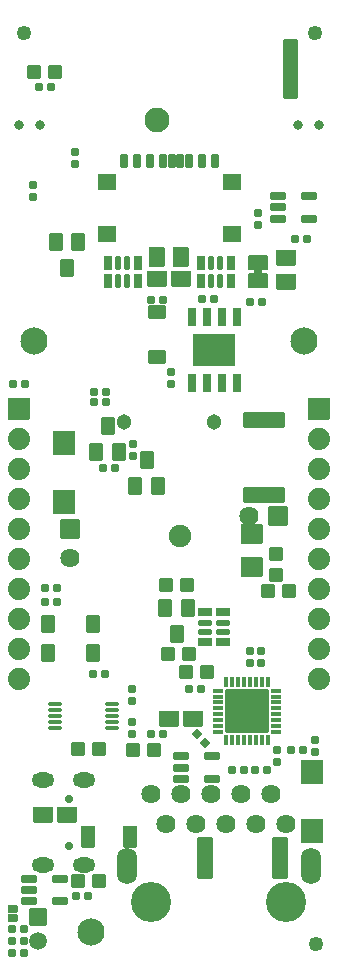
<source format=gbr>
%TF.GenerationSoftware,KiCad,Pcbnew,7.0.9-7.0.9~ubuntu22.04.1*%
%TF.CreationDate,2025-02-21T13:43:36+02:00*%
%TF.ProjectId,ESP32-PoE_Rev_M,45535033-322d-4506-9f45-5f5265765f4d,M*%
%TF.SameCoordinates,PX55f9470PYa244870*%
%TF.FileFunction,Soldermask,Bot*%
%TF.FilePolarity,Negative*%
%FSLAX46Y46*%
G04 Gerber Fmt 4.6, Leading zero omitted, Abs format (unit mm)*
G04 Created by KiCad (PCBNEW 7.0.9-7.0.9~ubuntu22.04.1) date 2025-02-21 13:43:36*
%MOMM*%
%LPD*%
G01*
G04 APERTURE LIST*
G04 Aperture macros list*
%AMRoundRect*
0 Rectangle with rounded corners*
0 $1 Rounding radius*
0 $2 $3 $4 $5 $6 $7 $8 $9 X,Y pos of 4 corners*
0 Add a 4 corners polygon primitive as box body*
4,1,4,$2,$3,$4,$5,$6,$7,$8,$9,$2,$3,0*
0 Add four circle primitives for the rounded corners*
1,1,$1+$1,$2,$3*
1,1,$1+$1,$4,$5*
1,1,$1+$1,$6,$7*
1,1,$1+$1,$8,$9*
0 Add four rect primitives between the rounded corners*
20,1,$1+$1,$2,$3,$4,$5,0*
20,1,$1+$1,$4,$5,$6,$7,0*
20,1,$1+$1,$6,$7,$8,$9,0*
20,1,$1+$1,$8,$9,$2,$3,0*%
G04 Aperture macros list end*
%ADD10C,2.101600*%
%ADD11RoundRect,0.050800X0.275000X-0.250000X0.275000X0.250000X-0.275000X0.250000X-0.275000X-0.250000X0*%
%ADD12RoundRect,0.050800X-0.275000X0.250000X-0.275000X-0.250000X0.275000X-0.250000X0.275000X0.250000X0*%
%ADD13C,1.301600*%
%ADD14C,1.625600*%
%ADD15O,1.701600X3.101599*%
%ADD16C,3.401601*%
%ADD17C,0.801600*%
%ADD18RoundRect,0.050800X-0.762000X-0.762000X0.762000X-0.762000X0.762000X0.762000X-0.762000X0.762000X0*%
%ADD19RoundRect,0.050800X0.762000X-0.762000X0.762000X0.762000X-0.762000X0.762000X-0.762000X-0.762000X0*%
%ADD20O,1.901600X1.301600*%
%ADD21C,0.701600*%
%ADD22C,1.901600*%
%ADD23C,2.301600*%
%ADD24RoundRect,0.050800X-0.700000X0.700000X-0.700000X-0.700000X0.700000X-0.700000X0.700000X0.700000X0*%
%ADD25C,1.501600*%
%ADD26RoundRect,0.050800X-0.889000X0.889000X-0.889000X-0.889000X0.889000X-0.889000X0.889000X0.889000X0*%
%ADD27C,1.879600*%
%ADD28C,1.254000*%
%ADD29RoundRect,0.050800X0.250000X0.275000X-0.250000X0.275000X-0.250000X-0.275000X0.250000X-0.275000X0*%
%ADD30RoundRect,0.050800X-0.250000X-0.275000X0.250000X-0.275000X0.250000X0.275000X-0.250000X0.275000X0*%
%ADD31RoundRect,0.050800X0.508000X-0.317500X0.508000X0.317500X-0.508000X0.317500X-0.508000X-0.317500X0*%
%ADD32RoundRect,0.050800X0.508000X-0.190500X0.508000X0.190500X-0.508000X0.190500X-0.508000X-0.190500X0*%
%ADD33RoundRect,0.050800X-0.750000X-0.600000X0.750000X-0.600000X0.750000X0.600000X-0.750000X0.600000X0*%
%ADD34RoundRect,0.050800X-0.250000X-0.500000X0.250000X-0.500000X0.250000X0.500000X-0.250000X0.500000X0*%
%ADD35RoundRect,0.050800X0.635000X-0.762000X0.635000X0.762000X-0.635000X0.762000X-0.635000X-0.762000X0*%
%ADD36RoundRect,0.050800X-0.317500X-0.508000X0.317500X-0.508000X0.317500X0.508000X-0.317500X0.508000X0*%
%ADD37RoundRect,0.050800X-0.190500X-0.508000X0.190500X-0.508000X0.190500X0.508000X-0.190500X0.508000X0*%
%ADD38RoundRect,0.050800X0.500000X-0.700000X0.500000X0.700000X-0.500000X0.700000X-0.500000X-0.700000X0*%
%ADD39RoundRect,0.050800X-0.508000X-0.508000X0.508000X-0.508000X0.508000X0.508000X-0.508000X0.508000X0*%
%ADD40RoundRect,0.050800X0.508000X0.508000X-0.508000X0.508000X-0.508000X-0.508000X0.508000X-0.508000X0*%
%ADD41RoundRect,0.050800X-0.762000X-0.635000X0.762000X-0.635000X0.762000X0.635000X-0.762000X0.635000X0*%
%ADD42RoundRect,0.050800X-0.381000X0.254000X-0.381000X-0.254000X0.381000X-0.254000X0.381000X0.254000X0*%
%ADD43RoundRect,0.050800X-0.508000X-0.889000X0.508000X-0.889000X0.508000X0.889000X-0.508000X0.889000X0*%
%ADD44RoundRect,0.050800X-0.850000X1.000000X-0.850000X-1.000000X0.850000X-1.000000X0.850000X1.000000X0*%
%ADD45RoundRect,0.050800X-0.500000X0.700000X-0.500000X-0.700000X0.500000X-0.700000X0.500000X0.700000X0*%
%ADD46RoundRect,0.050800X0.700000X-0.500000X0.700000X0.500000X-0.700000X0.500000X-0.700000X-0.500000X0*%
%ADD47RoundRect,0.050800X0.600000X0.275000X-0.600000X0.275000X-0.600000X-0.275000X0.600000X-0.275000X0*%
%ADD48RoundRect,0.050800X1.800000X-1.800000X1.800000X1.800000X-1.800000X1.800000X-1.800000X-1.800000X0*%
%ADD49RoundRect,0.050800X0.800000X-0.800000X0.800000X0.800000X-0.800000X0.800000X-0.800000X-0.800000X0*%
%ADD50RoundRect,0.050800X0.125000X-0.400000X0.125000X0.400000X-0.125000X0.400000X-0.125000X-0.400000X0*%
%ADD51RoundRect,0.050800X0.400000X0.125000X-0.400000X0.125000X-0.400000X-0.125000X0.400000X-0.125000X0*%
%ADD52RoundRect,0.050800X-0.125000X0.400000X-0.125000X-0.400000X0.125000X-0.400000X0.125000X0.400000X0*%
%ADD53RoundRect,0.050800X-0.400000X-0.125000X0.400000X-0.125000X0.400000X0.125000X-0.400000X0.125000X0*%
%ADD54RoundRect,0.050800X-0.371231X-0.017678X-0.017678X-0.371231X0.371231X0.017678X0.017678X0.371231X0*%
%ADD55RoundRect,0.050800X0.371231X0.017678X0.017678X0.371231X-0.371231X-0.017678X-0.017678X-0.371231X0*%
%ADD56RoundRect,0.050800X0.500000X0.700000X-0.500000X0.700000X-0.500000X-0.700000X0.500000X-0.700000X0*%
%ADD57RoundRect,0.050800X-0.500000X-0.700000X0.500000X-0.700000X0.500000X0.700000X-0.500000X0.700000X0*%
%ADD58RoundRect,0.050800X0.889000X-0.762000X0.889000X0.762000X-0.889000X0.762000X-0.889000X-0.762000X0*%
%ADD59RoundRect,0.050800X1.700000X-0.600000X1.700000X0.600000X-1.700000X0.600000X-1.700000X-0.600000X0*%
%ADD60RoundRect,0.050800X0.508000X-0.508000X0.508000X0.508000X-0.508000X0.508000X-0.508000X-0.508000X0*%
%ADD61RoundRect,0.050800X0.500000X-0.125000X0.500000X0.125000X-0.500000X0.125000X-0.500000X-0.125000X0*%
%ADD62RoundRect,0.050800X0.600000X1.700000X-0.600000X1.700000X-0.600000X-1.700000X0.600000X-1.700000X0*%
%ADD63RoundRect,0.050800X-0.800100X0.584200X-0.800100X-0.584200X0.800100X-0.584200X0.800100X0.584200X0*%
%ADD64RoundRect,0.050800X-0.254000X0.381000X-0.254000X-0.381000X0.254000X-0.381000X0.254000X0.381000X0*%
%ADD65RoundRect,0.050800X-0.300000X-0.700000X0.300000X-0.700000X0.300000X0.700000X-0.300000X0.700000X0*%
%ADD66RoundRect,0.050800X-1.750000X1.300000X-1.750000X-1.300000X1.750000X-1.300000X1.750000X1.300000X0*%
G04 APERTURE END LIST*
D10*
%TO.C,U6*%
X12990000Y71332000D03*
%TD*%
D11*
%TO.C,R40*%
X21483000Y63470000D03*
D12*
X21483000Y62454000D03*
%TD*%
D13*
%TO.C,UEXT1*%
X17800000Y45817000D03*
X10180000Y45817000D03*
%TD*%
D14*
%TO.C,LAN_CON1*%
X23896000Y11804000D03*
X22626000Y14344000D03*
X21356000Y11804000D03*
X20086000Y14344000D03*
X18816000Y11804000D03*
X17546000Y14344000D03*
X16276000Y11804000D03*
X15006000Y14344000D03*
X13736000Y11804000D03*
X12466000Y14344000D03*
D15*
X25981000Y8204000D03*
X10381000Y8204000D03*
D16*
X23896000Y5154000D03*
X12466000Y5154000D03*
%TD*%
D17*
%TO.C,RST1*%
X3071000Y70963000D03*
X1271000Y70963000D03*
%TD*%
D14*
%TO.C,C27*%
X20741000Y37816000D03*
D18*
X23241000Y37816000D03*
%TD*%
D14*
%TO.C,C25*%
X5608000Y34280000D03*
D19*
X5608000Y36780000D03*
%TD*%
D20*
%TO.C,USB-UART1*%
X3326000Y15508000D03*
X3326000Y8308000D03*
X6796000Y15508000D03*
X6796000Y8308000D03*
D21*
X5476000Y13908000D03*
X5476000Y9908000D03*
%TD*%
D17*
%TO.C,BUT1*%
X26709000Y70963000D03*
X24909000Y70963000D03*
%TD*%
D22*
%TO.C,U5*%
X14879000Y36165000D03*
%TD*%
D23*
%TO.C,MH1*%
X2560000Y52675000D03*
%TD*%
%TO.C,MH2*%
X25420000Y52675000D03*
%TD*%
%TO.C,MH3*%
X7386000Y2637000D03*
%TD*%
D24*
%TO.C,BAT1*%
X2920680Y3919700D03*
D25*
X2923220Y1890240D03*
%TD*%
D26*
%TO.C,EXT2*%
X26690000Y46930000D03*
D27*
X26690000Y44390000D03*
X26690000Y41850000D03*
X26690000Y39310000D03*
X26690000Y36770000D03*
X26690000Y34230000D03*
X26690000Y31690000D03*
X26690000Y29150000D03*
X26690000Y26610000D03*
X26690000Y24070000D03*
%TD*%
D28*
%TO.C,FID6*%
X26436000Y1621000D03*
%TD*%
D29*
%TO.C,R1*%
X782000Y48992000D03*
D30*
X1798000Y48992000D03*
%TD*%
D31*
%TO.C,RM1*%
X18562000Y29688000D03*
X17038000Y29688000D03*
D32*
X18562000Y28799000D03*
X17038000Y28799000D03*
X18562000Y28037000D03*
X17038000Y28037000D03*
D31*
X18562000Y27148000D03*
X17038000Y27148000D03*
%TD*%
D33*
%TO.C,MICRO_SD1*%
X19290000Y61713000D03*
X19290000Y66163000D03*
X8690000Y61713000D03*
X8690000Y66163000D03*
D34*
X14190000Y67913000D03*
X10140000Y67913000D03*
X11240000Y67913000D03*
X12340000Y67913000D03*
X13440000Y67913000D03*
X14890000Y67913000D03*
X15640000Y67913000D03*
X16740000Y67913000D03*
X17840000Y67913000D03*
%TD*%
D28*
%TO.C,FID4*%
X1671000Y78710000D03*
%TD*%
D35*
%TO.C,C3*%
X15006000Y59787000D03*
X12974000Y59787000D03*
%TD*%
D36*
%TO.C,RM2*%
X8783000Y59279000D03*
X8783000Y57755000D03*
D37*
X9672000Y59279000D03*
X9672000Y57755000D03*
X10434000Y59279000D03*
X10434000Y57755000D03*
D36*
X11323000Y59279000D03*
X11323000Y57755000D03*
%TD*%
D12*
%TO.C,R46*%
X2433000Y64867000D03*
D11*
X2433000Y65883000D03*
%TD*%
D26*
%TO.C,EXT1*%
X1290000Y46930000D03*
D27*
X1290000Y44390000D03*
X1290000Y41850000D03*
X1290000Y39310000D03*
X1290000Y36770000D03*
X1290000Y34230000D03*
X1290000Y31690000D03*
X1290000Y29150000D03*
X1290000Y26610000D03*
X1290000Y24070000D03*
%TD*%
D38*
%TO.C,FET3*%
X13675040Y30033440D03*
X15577500Y30033440D03*
X14622460Y27823640D03*
%TD*%
D39*
%TO.C,C9*%
X13863000Y26132000D03*
X15641000Y26132000D03*
%TD*%
D12*
%TO.C,C15*%
X23134000Y16988000D03*
D11*
X23134000Y18004000D03*
%TD*%
D30*
%TO.C,C16*%
X13482000Y19401000D03*
D29*
X12466000Y19401000D03*
%TD*%
D30*
%TO.C,C18*%
X16657000Y23211000D03*
D29*
X15641000Y23211000D03*
%TD*%
D40*
%TO.C,C17*%
X17165000Y24608000D03*
X15387000Y24608000D03*
%TD*%
D41*
%TO.C,L1*%
X13990000Y20671000D03*
X16022000Y20671000D03*
%TD*%
D39*
%TO.C,C1*%
X6243000Y6955000D03*
X8021000Y6955000D03*
%TD*%
D41*
%TO.C,L3*%
X3322000Y12543000D03*
X5354000Y12543000D03*
%TD*%
D29*
%TO.C,R6*%
X6116000Y5685000D03*
D30*
X7132000Y5685000D03*
%TD*%
D29*
%TO.C,R22*%
X655000Y1875000D03*
D30*
X1671000Y1875000D03*
%TD*%
D29*
%TO.C,C19*%
X655000Y859000D03*
D30*
X1671000Y859000D03*
%TD*%
D42*
%TO.C,BAT_SENS_E1*%
X782000Y4542000D03*
X782000Y3780000D03*
%TD*%
D43*
%TO.C,C2*%
X7132000Y10638000D03*
X10688000Y10638000D03*
%TD*%
D40*
%TO.C,C7*%
X8021000Y18131000D03*
X6243000Y18131000D03*
%TD*%
D44*
%TO.C,D8*%
X26055000Y16186000D03*
X26055000Y11186000D03*
%TD*%
D29*
%TO.C,R14*%
X24277000Y18004000D03*
D30*
X25293000Y18004000D03*
%TD*%
D45*
%TO.C,Q2*%
X9730420Y43226200D03*
X7827960Y43226200D03*
X8783000Y45436000D03*
%TD*%
D44*
%TO.C,D1*%
X5100000Y43999000D03*
X5100000Y38999000D03*
%TD*%
D40*
%TO.C,C10*%
X15514000Y31974000D03*
X13736000Y31974000D03*
%TD*%
D29*
%TO.C,R21*%
X8402000Y41880000D03*
D30*
X9418000Y41880000D03*
%TD*%
D45*
%TO.C,Q3*%
X13034960Y40391560D03*
X11132500Y40391560D03*
X12087540Y42601360D03*
%TD*%
D11*
%TO.C,R35*%
X14117000Y50008000D03*
D12*
X14117000Y48992000D03*
%TD*%
%TO.C,R15*%
X26309000Y17877000D03*
D11*
X26309000Y18893000D03*
%TD*%
%TO.C,C8*%
X10815000Y20417000D03*
D12*
X10815000Y19401000D03*
%TD*%
D29*
%TO.C,R16*%
X3449000Y31720000D03*
D30*
X4465000Y31720000D03*
%TD*%
D28*
%TO.C,FID5*%
X26309000Y78710000D03*
%TD*%
D46*
%TO.C,D4*%
X12974000Y51283000D03*
X12974000Y55083000D03*
%TD*%
D30*
%TO.C,R18*%
X8529000Y24481000D03*
D29*
X7513000Y24481000D03*
%TD*%
D30*
%TO.C,R19*%
X4465000Y30577000D03*
D29*
X3449000Y30577000D03*
%TD*%
D12*
%TO.C,C14*%
X20848000Y25370000D03*
D11*
X20848000Y26386000D03*
%TD*%
%TO.C,R41*%
X21737000Y26386000D03*
D12*
X21737000Y25370000D03*
%TD*%
D30*
%TO.C,TVS2*%
X22245000Y16353000D03*
D29*
X21229000Y16353000D03*
%TD*%
%TO.C,TVS3*%
X19324000Y16353000D03*
D30*
X20340000Y16353000D03*
%TD*%
D47*
%TO.C,TVS1*%
X14976000Y15591000D03*
X14976000Y16541000D03*
X14976000Y17491000D03*
X17576000Y17491000D03*
X17576000Y15591000D03*
%TD*%
D17*
%TO.C,U4*%
X21094000Y22606000D03*
X20094000Y22606000D03*
X21894000Y21806000D03*
X19294000Y21806000D03*
D48*
X20594000Y21306000D03*
D49*
X20594000Y21306000D03*
D17*
X21894000Y20806000D03*
X19294000Y20806000D03*
X21094000Y20006000D03*
X20094000Y20006000D03*
D50*
X18844000Y18856000D03*
X19344000Y18856000D03*
X19844000Y18856000D03*
X20344000Y18856000D03*
X20844000Y18856000D03*
X21344000Y18856000D03*
X21844000Y18856000D03*
X22344000Y18856000D03*
D51*
X23044000Y19556000D03*
X23044000Y20056000D03*
X23044000Y20556000D03*
X23044000Y21056000D03*
X23044000Y21556000D03*
X23044000Y22056000D03*
X23044000Y22556000D03*
X23044000Y23056000D03*
D52*
X22344000Y23756000D03*
X21844000Y23756000D03*
X21344000Y23756000D03*
X20844000Y23756000D03*
X20344000Y23756000D03*
X19844000Y23756000D03*
X19344000Y23756000D03*
X18844000Y23756000D03*
D53*
X18144000Y23056000D03*
X18144000Y22556000D03*
X18144000Y22056000D03*
X18144000Y21556000D03*
X18144000Y21056000D03*
X18144000Y20556000D03*
X18144000Y20056000D03*
X18144000Y19556000D03*
%TD*%
D54*
%TO.C,R26*%
X17038000Y18639000D03*
D55*
X16319580Y19357420D03*
%TD*%
D40*
%TO.C,C13*%
X12720000Y18004000D03*
X10942000Y18004000D03*
%TD*%
D56*
%TO.C,D6*%
X7508000Y28672000D03*
X3708000Y28672000D03*
%TD*%
D57*
%TO.C,D7*%
X3708000Y26259000D03*
X7508000Y26259000D03*
%TD*%
D58*
%TO.C,R28*%
X20975000Y33498000D03*
X20975000Y36292000D03*
%TD*%
D11*
%TO.C,R20*%
X10942000Y43912000D03*
D12*
X10942000Y42896000D03*
%TD*%
D30*
%TO.C,R9*%
X3957000Y74138000D03*
D29*
X2941000Y74138000D03*
%TD*%
D36*
%TO.C,RM3*%
X16657000Y59279000D03*
X16657000Y57755000D03*
D37*
X17546000Y59279000D03*
X17546000Y57755000D03*
X18308000Y59279000D03*
X18308000Y57755000D03*
D36*
X19197000Y59279000D03*
X19197000Y57755000D03*
%TD*%
D59*
%TO.C,R42*%
X21991000Y45944800D03*
X21991000Y39644800D03*
%TD*%
D39*
%TO.C,C26*%
X22372000Y31466000D03*
X24150000Y31466000D03*
%TD*%
D60*
%TO.C,R43*%
X23007000Y32863000D03*
X23007000Y34641000D03*
%TD*%
D29*
%TO.C,C28*%
X24658000Y61311000D03*
D30*
X25674000Y61311000D03*
%TD*%
D11*
%TO.C,R45*%
X5989000Y68677000D03*
D12*
X5989000Y67661000D03*
%TD*%
D47*
%TO.C,U8*%
X23230999Y63028000D03*
X23230999Y63978000D03*
X23230999Y64928000D03*
X25830999Y64928000D03*
X25830999Y63028000D03*
%TD*%
%TO.C,U3*%
X2149000Y5243000D03*
X2149000Y6193000D03*
X2149000Y7143000D03*
X4749000Y7143000D03*
X4749000Y5243000D03*
%TD*%
D30*
%TO.C,R17*%
X1671000Y2891000D03*
D29*
X655000Y2891000D03*
%TD*%
D38*
%TO.C,T1*%
X4404040Y61021440D03*
X6306500Y61021440D03*
X5351460Y58811640D03*
%TD*%
D29*
%TO.C,R2*%
X7640000Y47468000D03*
D30*
X8656000Y47468000D03*
%TD*%
%TO.C,R3*%
X8656000Y48357000D03*
D29*
X7640000Y48357000D03*
%TD*%
D40*
%TO.C,C20*%
X4338000Y75408000D03*
X2560000Y75408000D03*
%TD*%
D41*
%TO.C,L5*%
X12974000Y57882000D03*
X15006000Y57882000D03*
%TD*%
D29*
%TO.C,R37*%
X12466000Y56104000D03*
D30*
X13482000Y56104000D03*
%TD*%
D29*
%TO.C,R52*%
X16784000Y56231000D03*
D30*
X17800000Y56231000D03*
%TD*%
D41*
%TO.C,R54*%
X23896000Y57628000D03*
X23896000Y59660000D03*
%TD*%
D61*
%TO.C,U1*%
X4351000Y19925000D03*
X4351000Y20425000D03*
X4351000Y20925000D03*
X4351000Y21425000D03*
X4351000Y21925000D03*
X9151000Y21925000D03*
X9151000Y21425000D03*
X9151000Y20925000D03*
X9151000Y20425000D03*
X9151000Y19925000D03*
%TD*%
D62*
%TO.C,R7*%
X17063000Y8860000D03*
X23363000Y8860000D03*
%TD*%
D12*
%TO.C,R55*%
X10815000Y22195000D03*
D11*
X10815000Y23211000D03*
%TD*%
D63*
%TO.C,Class4_EN1*%
X21483000Y59279000D03*
X21483000Y59279000D03*
D64*
X21483000Y58771000D03*
X21483000Y58263000D03*
D63*
X21483000Y57755000D03*
%TD*%
D29*
%TO.C,R53*%
X20848000Y55977000D03*
D30*
X21864000Y55977000D03*
%TD*%
D65*
%TO.C,U9*%
X15895000Y54713000D03*
X17165000Y54713000D03*
X18435000Y54713000D03*
X19705000Y54713000D03*
X19705000Y49113000D03*
X18435000Y49113000D03*
X17165000Y49113000D03*
X15895000Y49113000D03*
D22*
X17800000Y51913000D03*
D66*
X17800000Y51913000D03*
%TD*%
G36*
X24854121Y78181998D02*
G01*
X24900614Y78128342D01*
X24912000Y78076000D01*
X24912000Y73311500D01*
X24891998Y73243379D01*
X24838342Y73196886D01*
X24786000Y73185500D01*
X23768000Y73185500D01*
X23699879Y73205502D01*
X23653386Y73259158D01*
X23642000Y73311500D01*
X23642000Y78076000D01*
X23662002Y78144121D01*
X23715658Y78190614D01*
X23768000Y78202000D01*
X24786000Y78202000D01*
X24854121Y78181998D01*
G37*
M02*

</source>
